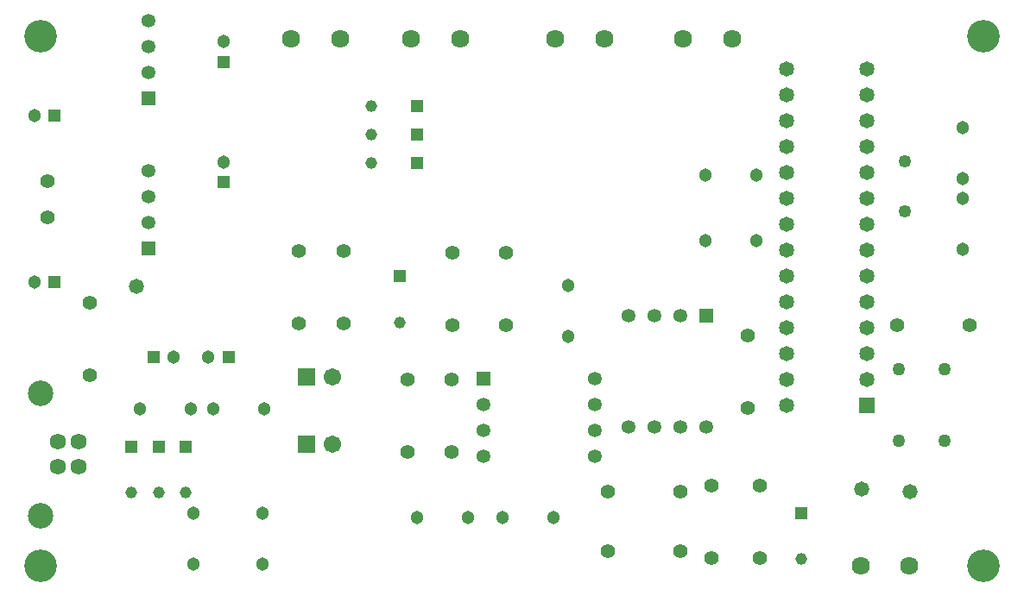
<source format=gbr>
G04*
G04 #@! TF.GenerationSoftware,Altium Limited,Altium Designer,22.4.2 (48)*
G04*
G04 Layer_Color=8388736*
%FSLAX25Y25*%
%MOIN*%
G70*
G04*
G04 #@! TF.SameCoordinates,243CEC23-02B4-465D-BAF0-28B1483BFC4A*
G04*
G04*
G04 #@! TF.FilePolarity,Negative*
G04*
G01*
G75*
%ADD10C,0.05328*%
%ADD11R,0.05328X0.05328*%
%ADD12R,0.05839X0.05839*%
%ADD13C,0.05839*%
%ADD14C,0.06706*%
%ADD15R,0.06706X0.06706*%
%ADD16C,0.04934*%
%ADD17C,0.09855*%
%ADD18C,0.06233*%
%ADD19R,0.05328X0.05328*%
%ADD20R,0.04580X0.04580*%
%ADD21C,0.04580*%
%ADD22C,0.05564*%
%ADD23R,0.04580X0.04580*%
%ADD24C,0.07021*%
%ADD25C,0.05131*%
%ADD26C,0.12611*%
%ADD27C,0.04973*%
%ADD28R,0.05131X0.05131*%
%ADD29R,0.05131X0.05131*%
%ADD30C,0.05800*%
D10*
X55500Y169000D02*
D03*
Y159000D02*
D03*
Y149000D02*
D03*
X261000Y112996D02*
D03*
X251000D02*
D03*
X241000D02*
D03*
Y70004D02*
D03*
X251000D02*
D03*
X261000D02*
D03*
X271000D02*
D03*
X185004Y78594D02*
D03*
Y68594D02*
D03*
Y58595D02*
D03*
X227996D02*
D03*
Y68594D02*
D03*
Y78594D02*
D03*
Y88595D02*
D03*
X55500Y227000D02*
D03*
Y217000D02*
D03*
Y207000D02*
D03*
D11*
Y139000D02*
D03*
X185004Y88595D02*
D03*
X55500Y197000D02*
D03*
D12*
X333000Y78500D02*
D03*
D13*
Y88500D02*
D03*
Y98500D02*
D03*
Y108500D02*
D03*
Y118500D02*
D03*
Y128500D02*
D03*
Y138500D02*
D03*
Y148500D02*
D03*
Y158500D02*
D03*
Y168500D02*
D03*
Y178500D02*
D03*
Y188500D02*
D03*
Y198500D02*
D03*
Y208500D02*
D03*
X301898D02*
D03*
Y198500D02*
D03*
Y188500D02*
D03*
Y178500D02*
D03*
Y168500D02*
D03*
Y158500D02*
D03*
Y148500D02*
D03*
Y138500D02*
D03*
Y128500D02*
D03*
Y118500D02*
D03*
Y108500D02*
D03*
Y98500D02*
D03*
Y88500D02*
D03*
Y78500D02*
D03*
D14*
X126500Y63500D02*
D03*
Y89500D02*
D03*
D15*
X116500Y63500D02*
D03*
Y89500D02*
D03*
D16*
X347500Y172606D02*
D03*
Y153394D02*
D03*
D17*
X13976Y35799D02*
D03*
Y83201D02*
D03*
D18*
X28622Y54579D02*
D03*
X20748D02*
D03*
X28622Y64421D02*
D03*
X20748D02*
D03*
D19*
X271000Y112996D02*
D03*
D20*
X70000Y62358D02*
D03*
X59500D02*
D03*
X152500Y128248D02*
D03*
X307500Y36748D02*
D03*
X49000Y62358D02*
D03*
D21*
X70000Y44642D02*
D03*
X59500D02*
D03*
X141642Y172000D02*
D03*
X152500Y110531D02*
D03*
X141642Y183000D02*
D03*
Y194000D02*
D03*
X307500Y19031D02*
D03*
X49000Y44642D02*
D03*
D22*
X260976Y22096D02*
D03*
X233024D02*
D03*
X16500Y150913D02*
D03*
Y165087D02*
D03*
X287000Y77524D02*
D03*
Y105476D02*
D03*
X372687Y109500D02*
D03*
X344735D02*
D03*
X193500Y109524D02*
D03*
Y137476D02*
D03*
X173000D02*
D03*
Y109524D02*
D03*
X291500Y19524D02*
D03*
Y47476D02*
D03*
X273000Y19524D02*
D03*
Y47476D02*
D03*
X260976Y44904D02*
D03*
X233024D02*
D03*
X155500Y88476D02*
D03*
Y60524D02*
D03*
X172500D02*
D03*
Y88476D02*
D03*
X131000Y137976D02*
D03*
Y110024D02*
D03*
X113500Y137976D02*
D03*
Y110024D02*
D03*
X33000Y90024D02*
D03*
Y117976D02*
D03*
D23*
X159358Y172000D02*
D03*
Y183000D02*
D03*
Y194000D02*
D03*
D24*
X110551Y220000D02*
D03*
X129449D02*
D03*
X231449D02*
D03*
X212551D02*
D03*
X262000D02*
D03*
X280898D02*
D03*
X330500Y16500D02*
D03*
X349398D02*
D03*
X175949Y220000D02*
D03*
X157051D02*
D03*
D25*
X217500Y105157D02*
D03*
Y124843D02*
D03*
X370000Y185843D02*
D03*
Y166157D02*
D03*
X159158Y35000D02*
D03*
X178842D02*
D03*
X290342Y142000D02*
D03*
X270657D02*
D03*
X211842Y35000D02*
D03*
X192157D02*
D03*
X290342Y167500D02*
D03*
X270657D02*
D03*
X370000Y138657D02*
D03*
Y158343D02*
D03*
X11563Y126000D02*
D03*
X73000Y36843D02*
D03*
Y17157D02*
D03*
X99500Y36843D02*
D03*
Y17157D02*
D03*
X78626Y97000D02*
D03*
X100343Y77000D02*
D03*
X80658D02*
D03*
X52157D02*
D03*
X71842D02*
D03*
X65437Y97000D02*
D03*
X11563Y190500D02*
D03*
X84500Y219000D02*
D03*
Y172437D02*
D03*
D26*
X378000Y16500D02*
D03*
Y221000D02*
D03*
X14000Y16500D02*
D03*
Y221000D02*
D03*
D27*
X345142Y92279D02*
D03*
X362858D02*
D03*
X345142Y64720D02*
D03*
X362858D02*
D03*
D28*
X19437Y126000D02*
D03*
X86500Y97000D02*
D03*
X57563D02*
D03*
X19437Y190500D02*
D03*
D29*
X84500Y211126D02*
D03*
Y164563D02*
D03*
D30*
X349500Y45000D02*
D03*
X331000Y46000D02*
D03*
X51000Y124500D02*
D03*
M02*

</source>
